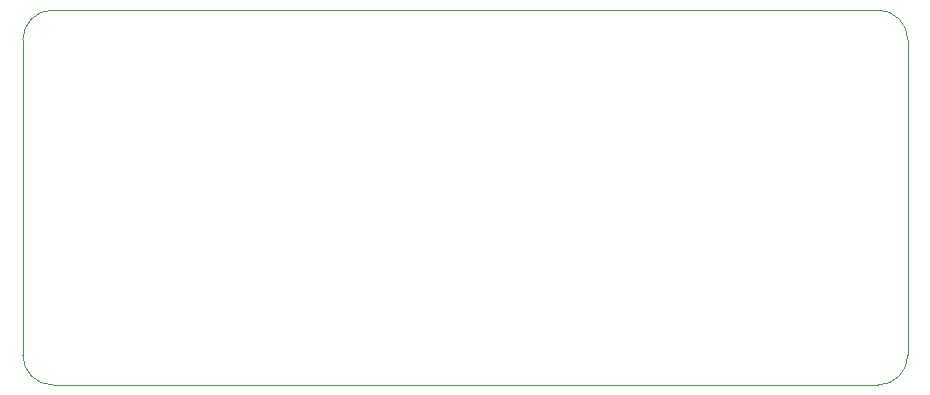
<source format=gbr>
G04 #@! TF.GenerationSoftware,KiCad,Pcbnew,7.0.2-6a45011f42~172~ubuntu22.04.1*
G04 #@! TF.CreationDate,2023-04-26T13:29:53-05:00*
G04 #@! TF.ProjectId,laser,6c617365-722e-46b6-9963-61645f706362,rev?*
G04 #@! TF.SameCoordinates,PXc1c960PY791ddc0*
G04 #@! TF.FileFunction,Profile,NP*
%FSLAX46Y46*%
G04 Gerber Fmt 4.6, Leading zero omitted, Abs format (unit mm)*
G04 Created by KiCad (PCBNEW 7.0.2-6a45011f42~172~ubuntu22.04.1) date 2023-04-26 13:29:53*
%MOMM*%
%LPD*%
G01*
G04 APERTURE LIST*
G04 #@! TA.AperFunction,Profile*
%ADD10C,0.100000*%
G04 #@! TD*
G04 APERTURE END LIST*
D10*
X72408052Y100D02*
G75*
G03*
X74930000Y2540000I-8952J2530900D01*
G01*
X72408052Y1D02*
X2540000Y0D01*
X74930000Y29210000D02*
G75*
G03*
X72390000Y31750000I-2540000J0D01*
G01*
X74930000Y29210000D02*
X74930000Y2540000D01*
X0Y2540000D02*
X0Y29210000D01*
X2540000Y31750000D02*
G75*
G03*
X0Y29210000I0J-2540000D01*
G01*
X2540000Y31750000D02*
X72390000Y31750000D01*
X0Y2540000D02*
G75*
G03*
X2540000Y0I2540000J0D01*
G01*
M02*

</source>
